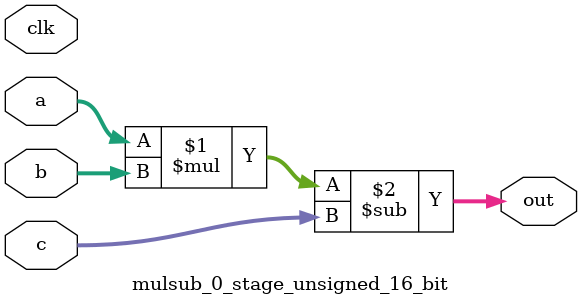
<source format=sv>
(* use_dsp = "yes" *) module mulsub_0_stage_unsigned_16_bit(
	input  [15:0] a,
	input  [15:0] b,
	input  [15:0] c,
	output [15:0] out,
	input clk);

	assign out = (a * b) - c;
endmodule

</source>
